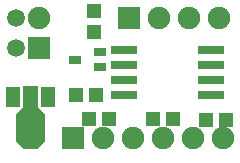
<source format=gts>
G04 DipTrace 2.4.0.2*
%INSquishyDuinoRev2.gts*%
%MOIN*%
%ADD25C,0.0591*%
%ADD30R,0.0866X0.0315*%
%ADD32R,0.0472X0.0669*%
%ADD34R,0.0472X0.0512*%
%ADD36R,0.0413X0.0276*%
%ADD38C,0.0748*%
%ADD40R,0.0748X0.0748*%
%ADD42R,0.0512X0.0472*%
%FSLAX44Y44*%
G04*
G70*
G90*
G75*
G01*
%LNTopMask*%
%LPD*%
D42*
X6536Y5937D3*
X7205D3*
D25*
X4536Y7500D3*
Y8500D3*
D40*
X6411Y4500D3*
D38*
X7411D3*
X8411D3*
X9411D3*
X10411D3*
X11411D3*
D40*
X5286Y7500D3*
D38*
Y8500D3*
D40*
X8286D3*
D38*
X9286D3*
X10286D3*
X11286D3*
D36*
X7330Y6845D3*
Y7357D3*
X6504Y7101D3*
D42*
X11536Y5107D3*
X10867D3*
X9753Y5121D3*
X9084D3*
X6941D3*
X7610D3*
D34*
X7139Y8710D3*
Y8040D3*
D32*
X5598Y5875D3*
G36*
X4772Y6209D2*
Y5517D1*
X4535Y5281D1*
Y4382D1*
X4795Y4123D1*
X5221D1*
X5480Y4382D1*
Y5281D1*
X5244Y5517D1*
Y6209D1*
X4772D1*
G37*
D32*
X4417Y5875D3*
D30*
X11036Y5937D3*
Y6437D3*
Y6937D3*
Y7437D3*
X8123D3*
Y6937D3*
Y6437D3*
Y5937D3*
M02*

</source>
